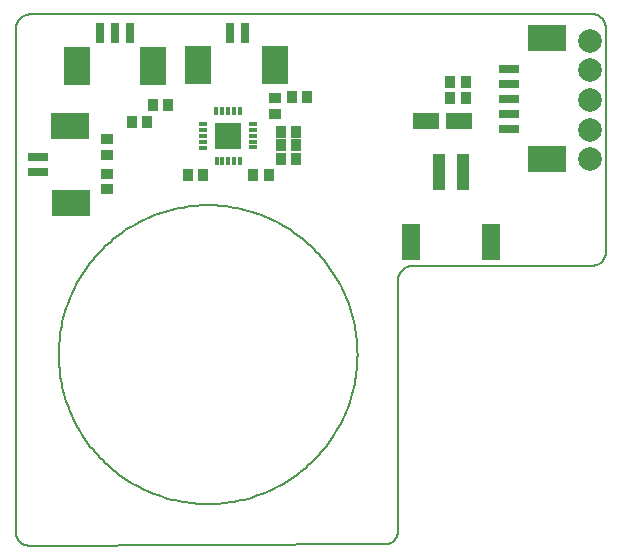
<source format=gts>
G75*
%MOIN*%
%OFA0B0*%
%FSLAX25Y25*%
%IPPOS*%
%LPD*%
%AMOC8*
5,1,8,0,0,1.08239X$1,22.5*
%
%ADD10C,0.00600*%
%ADD11R,0.08674X0.08674*%
%ADD12R,0.01784X0.02769*%
%ADD13R,0.02769X0.01784*%
%ADD14R,0.12801X0.08932*%
%ADD15R,0.06706X0.03162*%
%ADD16R,0.08932X0.12801*%
%ADD17R,0.03162X0.06706*%
%ADD18R,0.06330X0.12214*%
%ADD19R,0.04306X0.12127*%
%ADD20R,0.03556X0.04343*%
%ADD21R,0.04343X0.03556*%
%ADD22R,0.08674X0.05524*%
%ADD23C,0.07887*%
D10*
X0010011Y0007670D02*
X0128330Y0008113D01*
X0128299Y0008120D02*
X0128434Y0008122D01*
X0128568Y0008128D01*
X0128703Y0008138D01*
X0128837Y0008151D01*
X0128970Y0008169D01*
X0129104Y0008190D01*
X0129236Y0008216D01*
X0129367Y0008245D01*
X0129498Y0008278D01*
X0129628Y0008315D01*
X0129756Y0008355D01*
X0129884Y0008399D01*
X0130010Y0008447D01*
X0130134Y0008499D01*
X0130257Y0008554D01*
X0130378Y0008613D01*
X0130498Y0008675D01*
X0130615Y0008741D01*
X0130731Y0008810D01*
X0130845Y0008882D01*
X0130956Y0008958D01*
X0131066Y0009037D01*
X0131173Y0009119D01*
X0131277Y0009204D01*
X0131379Y0009292D01*
X0131478Y0009383D01*
X0131575Y0009477D01*
X0131669Y0009574D01*
X0131760Y0009673D01*
X0131848Y0009775D01*
X0131933Y0009879D01*
X0132015Y0009986D01*
X0132094Y0010096D01*
X0132170Y0010207D01*
X0132242Y0010321D01*
X0132311Y0010436D01*
X0132377Y0010554D01*
X0132439Y0010674D01*
X0132498Y0010795D01*
X0132553Y0010918D01*
X0132605Y0011042D01*
X0132653Y0011168D01*
X0132697Y0011296D01*
X0132737Y0011424D01*
X0132774Y0011554D01*
X0132807Y0011685D01*
X0132836Y0011816D01*
X0132862Y0011948D01*
X0132883Y0012082D01*
X0132901Y0012215D01*
X0132914Y0012349D01*
X0132924Y0012484D01*
X0132930Y0012618D01*
X0132932Y0012753D01*
X0132929Y0012656D02*
X0132929Y0096228D01*
X0132932Y0096286D02*
X0132934Y0096421D01*
X0132940Y0096555D01*
X0132950Y0096690D01*
X0132963Y0096824D01*
X0132981Y0096957D01*
X0133002Y0097091D01*
X0133028Y0097223D01*
X0133057Y0097354D01*
X0133090Y0097485D01*
X0133127Y0097615D01*
X0133167Y0097743D01*
X0133211Y0097871D01*
X0133259Y0097997D01*
X0133311Y0098121D01*
X0133366Y0098244D01*
X0133425Y0098365D01*
X0133487Y0098485D01*
X0133553Y0098603D01*
X0133622Y0098718D01*
X0133694Y0098832D01*
X0133770Y0098943D01*
X0133849Y0099053D01*
X0133931Y0099160D01*
X0134016Y0099264D01*
X0134104Y0099366D01*
X0134195Y0099465D01*
X0134289Y0099562D01*
X0134386Y0099656D01*
X0134485Y0099747D01*
X0134587Y0099835D01*
X0134691Y0099920D01*
X0134798Y0100002D01*
X0134908Y0100081D01*
X0135019Y0100157D01*
X0135133Y0100229D01*
X0135249Y0100298D01*
X0135366Y0100364D01*
X0135486Y0100426D01*
X0135607Y0100485D01*
X0135730Y0100540D01*
X0135854Y0100592D01*
X0135980Y0100640D01*
X0136108Y0100684D01*
X0136236Y0100724D01*
X0136366Y0100761D01*
X0136497Y0100794D01*
X0136628Y0100823D01*
X0136760Y0100849D01*
X0136894Y0100870D01*
X0137027Y0100888D01*
X0137161Y0100901D01*
X0137296Y0100911D01*
X0137430Y0100917D01*
X0137565Y0100919D01*
X0137537Y0100924D02*
X0197588Y0101037D01*
X0197522Y0101022D02*
X0197657Y0101024D01*
X0197791Y0101030D01*
X0197926Y0101040D01*
X0198060Y0101053D01*
X0198193Y0101071D01*
X0198327Y0101092D01*
X0198459Y0101118D01*
X0198590Y0101147D01*
X0198721Y0101180D01*
X0198851Y0101217D01*
X0198979Y0101257D01*
X0199107Y0101301D01*
X0199233Y0101349D01*
X0199357Y0101401D01*
X0199480Y0101456D01*
X0199601Y0101515D01*
X0199721Y0101577D01*
X0199838Y0101643D01*
X0199954Y0101712D01*
X0200068Y0101784D01*
X0200179Y0101860D01*
X0200289Y0101939D01*
X0200396Y0102021D01*
X0200500Y0102106D01*
X0200602Y0102194D01*
X0200701Y0102285D01*
X0200798Y0102379D01*
X0200892Y0102476D01*
X0200983Y0102575D01*
X0201071Y0102677D01*
X0201156Y0102781D01*
X0201238Y0102888D01*
X0201317Y0102998D01*
X0201393Y0103109D01*
X0201465Y0103223D01*
X0201534Y0103338D01*
X0201600Y0103456D01*
X0201662Y0103576D01*
X0201721Y0103697D01*
X0201776Y0103820D01*
X0201828Y0103944D01*
X0201876Y0104070D01*
X0201920Y0104198D01*
X0201960Y0104326D01*
X0201997Y0104456D01*
X0202030Y0104587D01*
X0202059Y0104718D01*
X0202085Y0104850D01*
X0202106Y0104984D01*
X0202124Y0105117D01*
X0202137Y0105251D01*
X0202147Y0105386D01*
X0202153Y0105520D01*
X0202155Y0105655D01*
X0202151Y0105538D02*
X0202112Y0180400D01*
X0202156Y0180345D02*
X0202154Y0180480D01*
X0202148Y0180614D01*
X0202138Y0180749D01*
X0202125Y0180883D01*
X0202107Y0181016D01*
X0202086Y0181150D01*
X0202060Y0181282D01*
X0202031Y0181413D01*
X0201998Y0181544D01*
X0201961Y0181674D01*
X0201921Y0181802D01*
X0201877Y0181930D01*
X0201829Y0182056D01*
X0201777Y0182180D01*
X0201722Y0182303D01*
X0201663Y0182424D01*
X0201601Y0182544D01*
X0201535Y0182662D01*
X0201466Y0182777D01*
X0201394Y0182891D01*
X0201318Y0183002D01*
X0201239Y0183112D01*
X0201157Y0183219D01*
X0201072Y0183323D01*
X0200984Y0183425D01*
X0200893Y0183524D01*
X0200799Y0183621D01*
X0200702Y0183715D01*
X0200603Y0183806D01*
X0200501Y0183894D01*
X0200397Y0183979D01*
X0200290Y0184061D01*
X0200180Y0184140D01*
X0200069Y0184216D01*
X0199955Y0184288D01*
X0199840Y0184357D01*
X0199722Y0184423D01*
X0199602Y0184485D01*
X0199481Y0184544D01*
X0199358Y0184599D01*
X0199234Y0184651D01*
X0199108Y0184699D01*
X0198980Y0184743D01*
X0198852Y0184783D01*
X0198722Y0184820D01*
X0198591Y0184853D01*
X0198460Y0184882D01*
X0198328Y0184908D01*
X0198194Y0184929D01*
X0198061Y0184947D01*
X0197927Y0184960D01*
X0197792Y0184970D01*
X0197658Y0184976D01*
X0197523Y0184978D01*
X0197522Y0184979D02*
X0182619Y0184836D01*
X0182624Y0184834D02*
X0010591Y0184776D01*
X0010596Y0184795D02*
X0010192Y0184795D01*
X0010057Y0184793D01*
X0009923Y0184787D01*
X0009788Y0184777D01*
X0009654Y0184764D01*
X0009521Y0184746D01*
X0009387Y0184725D01*
X0009255Y0184699D01*
X0009124Y0184670D01*
X0008993Y0184637D01*
X0008863Y0184600D01*
X0008735Y0184560D01*
X0008607Y0184516D01*
X0008481Y0184468D01*
X0008357Y0184416D01*
X0008234Y0184361D01*
X0008113Y0184302D01*
X0007993Y0184240D01*
X0007876Y0184174D01*
X0007760Y0184105D01*
X0007646Y0184033D01*
X0007535Y0183957D01*
X0007425Y0183878D01*
X0007318Y0183796D01*
X0007214Y0183711D01*
X0007112Y0183623D01*
X0007013Y0183532D01*
X0006916Y0183438D01*
X0006822Y0183341D01*
X0006731Y0183242D01*
X0006643Y0183140D01*
X0006558Y0183036D01*
X0006476Y0182929D01*
X0006397Y0182819D01*
X0006321Y0182708D01*
X0006249Y0182594D01*
X0006180Y0182479D01*
X0006114Y0182361D01*
X0006052Y0182241D01*
X0005993Y0182120D01*
X0005938Y0181997D01*
X0005886Y0181873D01*
X0005838Y0181747D01*
X0005794Y0181619D01*
X0005754Y0181491D01*
X0005717Y0181361D01*
X0005684Y0181230D01*
X0005655Y0181099D01*
X0005629Y0180967D01*
X0005608Y0180833D01*
X0005590Y0180700D01*
X0005577Y0180566D01*
X0005567Y0180431D01*
X0005561Y0180297D01*
X0005559Y0180162D01*
X0005580Y0180197D02*
X0005459Y0012177D01*
X0005460Y0012317D02*
X0005462Y0012182D01*
X0005468Y0012048D01*
X0005478Y0011913D01*
X0005491Y0011779D01*
X0005509Y0011646D01*
X0005530Y0011512D01*
X0005556Y0011380D01*
X0005585Y0011249D01*
X0005618Y0011118D01*
X0005655Y0010988D01*
X0005695Y0010860D01*
X0005739Y0010732D01*
X0005787Y0010606D01*
X0005839Y0010482D01*
X0005894Y0010359D01*
X0005953Y0010238D01*
X0006015Y0010118D01*
X0006081Y0010000D01*
X0006150Y0009885D01*
X0006222Y0009771D01*
X0006298Y0009660D01*
X0006377Y0009550D01*
X0006459Y0009443D01*
X0006544Y0009339D01*
X0006632Y0009237D01*
X0006723Y0009138D01*
X0006817Y0009041D01*
X0006914Y0008947D01*
X0007013Y0008856D01*
X0007115Y0008768D01*
X0007219Y0008683D01*
X0007326Y0008601D01*
X0007436Y0008522D01*
X0007547Y0008446D01*
X0007661Y0008374D01*
X0007777Y0008305D01*
X0007894Y0008239D01*
X0008014Y0008177D01*
X0008135Y0008118D01*
X0008258Y0008063D01*
X0008382Y0008011D01*
X0008508Y0007963D01*
X0008636Y0007919D01*
X0008764Y0007879D01*
X0008894Y0007842D01*
X0009025Y0007809D01*
X0009156Y0007780D01*
X0009288Y0007754D01*
X0009422Y0007733D01*
X0009555Y0007715D01*
X0009689Y0007702D01*
X0009824Y0007692D01*
X0009958Y0007686D01*
X0010093Y0007684D01*
X0019834Y0071365D02*
X0019849Y0072587D01*
X0019894Y0073808D01*
X0019969Y0075027D01*
X0020074Y0076245D01*
X0020208Y0077459D01*
X0020373Y0078670D01*
X0020567Y0079876D01*
X0020791Y0081077D01*
X0021044Y0082273D01*
X0021326Y0083462D01*
X0021637Y0084643D01*
X0021978Y0085817D01*
X0022347Y0086981D01*
X0022744Y0088137D01*
X0023170Y0089282D01*
X0023624Y0090417D01*
X0024105Y0091540D01*
X0024614Y0092650D01*
X0025150Y0093748D01*
X0025712Y0094833D01*
X0026302Y0095903D01*
X0026917Y0096959D01*
X0027558Y0097999D01*
X0028224Y0099024D01*
X0028915Y0100031D01*
X0029631Y0101021D01*
X0030371Y0101994D01*
X0031134Y0102948D01*
X0031921Y0103883D01*
X0032730Y0104798D01*
X0033562Y0105693D01*
X0034415Y0106568D01*
X0035290Y0107421D01*
X0036185Y0108253D01*
X0037100Y0109062D01*
X0038035Y0109849D01*
X0038989Y0110612D01*
X0039962Y0111352D01*
X0040952Y0112068D01*
X0041959Y0112759D01*
X0042984Y0113425D01*
X0044024Y0114066D01*
X0045080Y0114681D01*
X0046150Y0115271D01*
X0047235Y0115833D01*
X0048333Y0116369D01*
X0049443Y0116878D01*
X0050566Y0117359D01*
X0051701Y0117813D01*
X0052846Y0118239D01*
X0054002Y0118636D01*
X0055166Y0119005D01*
X0056340Y0119346D01*
X0057521Y0119657D01*
X0058710Y0119939D01*
X0059906Y0120192D01*
X0061107Y0120416D01*
X0062313Y0120610D01*
X0063524Y0120775D01*
X0064738Y0120909D01*
X0065956Y0121014D01*
X0067175Y0121089D01*
X0068396Y0121134D01*
X0069618Y0121149D01*
X0070840Y0121134D01*
X0072061Y0121089D01*
X0073280Y0121014D01*
X0074498Y0120909D01*
X0075712Y0120775D01*
X0076923Y0120610D01*
X0078129Y0120416D01*
X0079330Y0120192D01*
X0080526Y0119939D01*
X0081715Y0119657D01*
X0082896Y0119346D01*
X0084070Y0119005D01*
X0085234Y0118636D01*
X0086390Y0118239D01*
X0087535Y0117813D01*
X0088670Y0117359D01*
X0089793Y0116878D01*
X0090903Y0116369D01*
X0092001Y0115833D01*
X0093086Y0115271D01*
X0094156Y0114681D01*
X0095212Y0114066D01*
X0096252Y0113425D01*
X0097277Y0112759D01*
X0098284Y0112068D01*
X0099274Y0111352D01*
X0100247Y0110612D01*
X0101201Y0109849D01*
X0102136Y0109062D01*
X0103051Y0108253D01*
X0103946Y0107421D01*
X0104821Y0106568D01*
X0105674Y0105693D01*
X0106506Y0104798D01*
X0107315Y0103883D01*
X0108102Y0102948D01*
X0108865Y0101994D01*
X0109605Y0101021D01*
X0110321Y0100031D01*
X0111012Y0099024D01*
X0111678Y0097999D01*
X0112319Y0096959D01*
X0112934Y0095903D01*
X0113524Y0094833D01*
X0114086Y0093748D01*
X0114622Y0092650D01*
X0115131Y0091540D01*
X0115612Y0090417D01*
X0116066Y0089282D01*
X0116492Y0088137D01*
X0116889Y0086981D01*
X0117258Y0085817D01*
X0117599Y0084643D01*
X0117910Y0083462D01*
X0118192Y0082273D01*
X0118445Y0081077D01*
X0118669Y0079876D01*
X0118863Y0078670D01*
X0119028Y0077459D01*
X0119162Y0076245D01*
X0119267Y0075027D01*
X0119342Y0073808D01*
X0119387Y0072587D01*
X0119402Y0071365D01*
X0119387Y0070143D01*
X0119342Y0068922D01*
X0119267Y0067703D01*
X0119162Y0066485D01*
X0119028Y0065271D01*
X0118863Y0064060D01*
X0118669Y0062854D01*
X0118445Y0061653D01*
X0118192Y0060457D01*
X0117910Y0059268D01*
X0117599Y0058087D01*
X0117258Y0056913D01*
X0116889Y0055749D01*
X0116492Y0054593D01*
X0116066Y0053448D01*
X0115612Y0052313D01*
X0115131Y0051190D01*
X0114622Y0050080D01*
X0114086Y0048982D01*
X0113524Y0047897D01*
X0112934Y0046827D01*
X0112319Y0045771D01*
X0111678Y0044731D01*
X0111012Y0043706D01*
X0110321Y0042699D01*
X0109605Y0041709D01*
X0108865Y0040736D01*
X0108102Y0039782D01*
X0107315Y0038847D01*
X0106506Y0037932D01*
X0105674Y0037037D01*
X0104821Y0036162D01*
X0103946Y0035309D01*
X0103051Y0034477D01*
X0102136Y0033668D01*
X0101201Y0032881D01*
X0100247Y0032118D01*
X0099274Y0031378D01*
X0098284Y0030662D01*
X0097277Y0029971D01*
X0096252Y0029305D01*
X0095212Y0028664D01*
X0094156Y0028049D01*
X0093086Y0027459D01*
X0092001Y0026897D01*
X0090903Y0026361D01*
X0089793Y0025852D01*
X0088670Y0025371D01*
X0087535Y0024917D01*
X0086390Y0024491D01*
X0085234Y0024094D01*
X0084070Y0023725D01*
X0082896Y0023384D01*
X0081715Y0023073D01*
X0080526Y0022791D01*
X0079330Y0022538D01*
X0078129Y0022314D01*
X0076923Y0022120D01*
X0075712Y0021955D01*
X0074498Y0021821D01*
X0073280Y0021716D01*
X0072061Y0021641D01*
X0070840Y0021596D01*
X0069618Y0021581D01*
X0068396Y0021596D01*
X0067175Y0021641D01*
X0065956Y0021716D01*
X0064738Y0021821D01*
X0063524Y0021955D01*
X0062313Y0022120D01*
X0061107Y0022314D01*
X0059906Y0022538D01*
X0058710Y0022791D01*
X0057521Y0023073D01*
X0056340Y0023384D01*
X0055166Y0023725D01*
X0054002Y0024094D01*
X0052846Y0024491D01*
X0051701Y0024917D01*
X0050566Y0025371D01*
X0049443Y0025852D01*
X0048333Y0026361D01*
X0047235Y0026897D01*
X0046150Y0027459D01*
X0045080Y0028049D01*
X0044024Y0028664D01*
X0042984Y0029305D01*
X0041959Y0029971D01*
X0040952Y0030662D01*
X0039962Y0031378D01*
X0038989Y0032118D01*
X0038035Y0032881D01*
X0037100Y0033668D01*
X0036185Y0034477D01*
X0035290Y0035309D01*
X0034415Y0036162D01*
X0033562Y0037037D01*
X0032730Y0037932D01*
X0031921Y0038847D01*
X0031134Y0039782D01*
X0030371Y0040736D01*
X0029631Y0041709D01*
X0028915Y0042699D01*
X0028224Y0043706D01*
X0027558Y0044731D01*
X0026917Y0045771D01*
X0026302Y0046827D01*
X0025712Y0047897D01*
X0025150Y0048982D01*
X0024614Y0050080D01*
X0024105Y0051190D01*
X0023624Y0052313D01*
X0023170Y0053448D01*
X0022744Y0054593D01*
X0022347Y0055749D01*
X0021978Y0056913D01*
X0021637Y0058087D01*
X0021326Y0059268D01*
X0021044Y0060457D01*
X0020791Y0061653D01*
X0020567Y0062854D01*
X0020373Y0064060D01*
X0020208Y0065271D01*
X0020074Y0066485D01*
X0019969Y0067703D01*
X0019894Y0068922D01*
X0019849Y0070143D01*
X0019834Y0071365D01*
D11*
X0076161Y0144256D03*
D12*
X0076336Y0135994D03*
X0074368Y0135994D03*
X0072399Y0135994D03*
X0078305Y0135994D03*
X0080273Y0135994D03*
X0080101Y0152563D03*
X0078133Y0152563D03*
X0076164Y0152563D03*
X0074196Y0152563D03*
X0072227Y0152563D03*
D13*
X0067966Y0148130D03*
X0067966Y0146161D03*
X0067966Y0144193D03*
X0067966Y0142224D03*
X0067966Y0140256D03*
X0084535Y0140428D03*
X0084535Y0142396D03*
X0084535Y0144365D03*
X0084535Y0146333D03*
X0084535Y0148302D03*
D14*
X0023710Y0147447D03*
X0023737Y0121917D03*
X0182655Y0136617D03*
X0182653Y0176769D03*
D15*
X0169939Y0166672D03*
X0169939Y0161672D03*
X0169939Y0156672D03*
X0169939Y0151672D03*
X0169939Y0146672D03*
X0012863Y0137323D03*
X0012863Y0132323D03*
D16*
X0025727Y0167663D03*
X0051256Y0167690D03*
X0066383Y0167840D03*
X0091912Y0167868D03*
D17*
X0081788Y0178715D03*
X0076788Y0178715D03*
X0043663Y0178531D03*
X0038663Y0178531D03*
X0033663Y0178531D03*
D18*
X0137182Y0108781D03*
X0163942Y0108784D03*
D19*
X0154532Y0132356D03*
X0146690Y0132348D03*
D20*
X0150302Y0157043D03*
X0155420Y0157043D03*
X0155420Y0162114D03*
X0150302Y0162114D03*
X0102553Y0157418D03*
X0097435Y0157418D03*
X0099009Y0145464D03*
X0099009Y0141095D03*
X0099009Y0136533D03*
X0093891Y0136533D03*
X0093891Y0141095D03*
X0093891Y0145464D03*
X0089832Y0131218D03*
X0084714Y0131218D03*
X0068034Y0131218D03*
X0062916Y0131218D03*
X0049296Y0148979D03*
X0044177Y0148979D03*
X0051264Y0154452D03*
X0056382Y0154452D03*
D21*
X0036029Y0143116D03*
X0036029Y0137998D03*
X0036029Y0131568D03*
X0036029Y0126450D03*
X0091976Y0151642D03*
X0091976Y0156760D03*
D22*
X0142163Y0149207D03*
X0153187Y0149207D03*
D23*
X0196789Y0146409D03*
X0196789Y0136567D03*
X0196789Y0156252D03*
X0196789Y0166094D03*
X0196789Y0175937D03*
M02*

</source>
